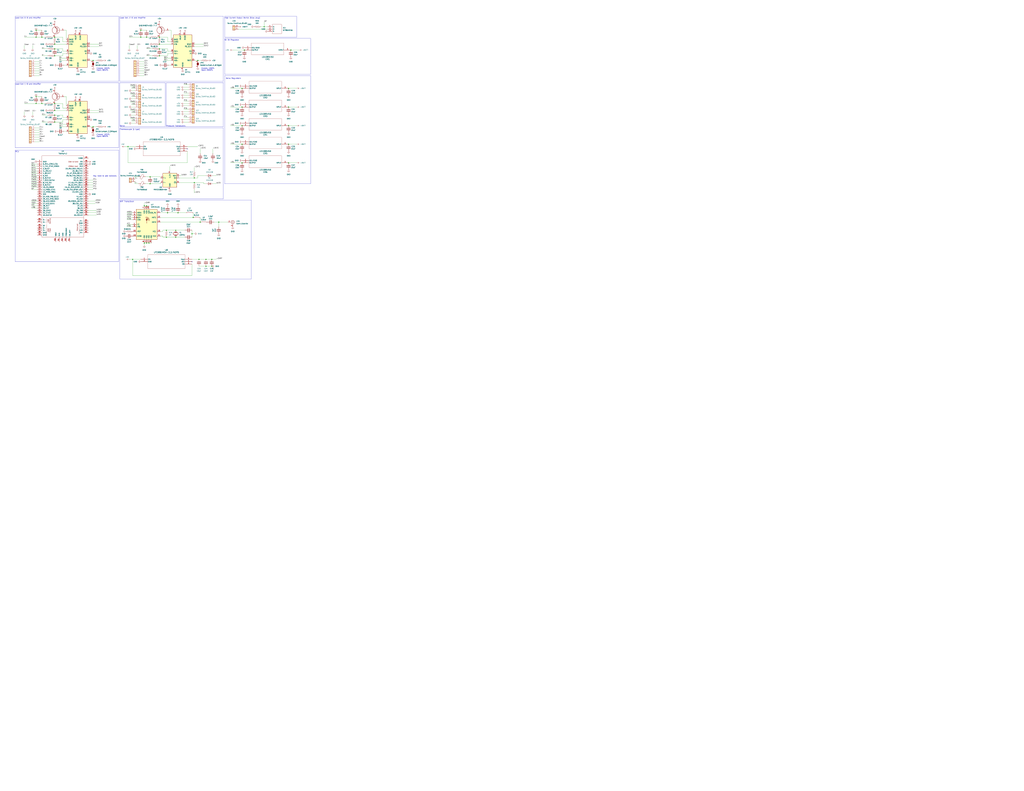
<source format=kicad_sch>
(kicad_sch (version 20230121) (generator eeschema)
  (paper "E")
  (junction (at 144.78 283.21))
  (junction (at 101.6 138.43))
  (junction (at 231.14 283.21))
  (junction (at 231.14 290.83))
  (junction (at 173.99 60.96))
  (junction (at 238.76 242.57))
  (junction (at 212.09 199.39))
  (junction (at 173.99 53.34))
  (junction (at 59.69 48.26))
  (junction (at 264.16 177.8))
  (junction (at 314.96 137.16))
  (junction (at 59.69 40.64))
  (junction (at 224.79 290.83))
  (junction (at 266.7 54.61))
  (junction (at 157.48 224.79))
  (junction (at 264.16 157.48))
  (junction (at 182.88 232.41))
  (junction (at 39.37 105.41))
  (junction (at 317.5 54.61))
  (junction (at 39.37 33.02))
  (junction (at 224.79 283.21))
  (junction (at 39.37 113.03))
  (junction (at 314.96 96.52))
  (junction (at 45.72 113.03))
  (junction (at 160.02 40.64))
  (junction (at 59.69 133.35))
  (junction (at 288.29 29.21))
  (junction (at 153.67 33.02))
  (junction (at 101.6 66.04))
  (junction (at 217.17 283.21))
  (junction (at 173.99 40.64))
  (junction (at 215.9 66.04))
  (junction (at 59.69 120.65))
  (junction (at 314.96 116.84))
  (junction (at 59.69 125.73))
  (junction (at 139.7 160.02))
  (junction (at 162.56 265.43))
  (junction (at 181.61 251.46))
  (junction (at 59.69 53.34))
  (junction (at 212.09 194.31))
  (junction (at 264.16 137.16))
  (junction (at 163.83 193.04))
  (junction (at 209.55 255.27))
  (junction (at 191.77 251.46))
  (junction (at 59.69 113.03))
  (junction (at 210.82 237.49))
  (junction (at 59.69 60.96))
  (junction (at 45.72 40.64))
  (junction (at 163.83 200.66))
  (junction (at 191.77 259.08))
  (junction (at 314.96 157.48))
  (junction (at 218.44 242.57))
  (junction (at 160.02 265.43))
  (junction (at 264.16 96.52))
  (junction (at 157.48 265.43))
  (junction (at 153.67 40.64))
  (junction (at 264.16 116.84))
  (junction (at 160.02 224.79))
  (junction (at 181.61 259.08))
  (junction (at 194.31 232.41))
  (junction (at 39.37 40.64))
  (junction (at 314.96 177.8))
  (junction (at 173.99 48.26))
  (no_connect (at 97.79 55.88))
  (no_connect (at 212.09 55.88))
  (no_connect (at 204.47 162.56))
  (no_connect (at 209.55 285.75))
  (no_connect (at 97.79 128.27))
  (wire (pts (xy 144.78 300.99) (xy 144.78 283.21)))
  (wire (pts (xy 138.43 247.65) (xy 144.78 247.65)))
  (wire (pts (xy 224.79 283.21) (xy 231.14 283.21)))
  (wire (pts (xy 179.07 66.04) (xy 186.69 66.04)))
  (wire (pts (xy 191.77 251.46) (xy 201.93 251.46)))
  (wire (pts (xy 177.8 257.81) (xy 177.8 259.08)))
  (wire (pts (xy 34.29 181.61) (xy 40.64 181.61)))
  (wire (pts (xy 200.66 106.68) (xy 205.74 106.68)))
  (wire (pts (xy 68.58 130.81) (xy 68.58 133.35)))
  (wire (pts (xy 143.51 116.84) (xy 147.32 116.84)))
  (wire (pts (xy 34.29 219.71) (xy 40.64 219.71)))
  (wire (pts (xy 34.29 184.15) (xy 40.64 184.15)))
  (wire (pts (xy 251.46 116.84) (xy 264.16 116.84)))
  (wire (pts (xy 38.1 69.85) (xy 43.18 69.85)))
  (wire (pts (xy 64.77 66.04) (xy 72.39 66.04)))
  (wire (pts (xy 209.55 255.27) (xy 209.55 259.08)))
  (wire (pts (xy 209.55 300.99) (xy 144.78 300.99)))
  (wire (pts (xy 182.88 60.96) (xy 173.99 60.96)))
  (wire (pts (xy 69.85 71.12) (xy 72.39 71.12)))
  (wire (pts (xy 96.52 201.93) (xy 101.6 201.93)))
  (wire (pts (xy 135.89 160.02) (xy 139.7 160.02)))
  (wire (pts (xy 26.67 40.64) (xy 39.37 40.64)))
  (wire (pts (xy 68.58 118.11) (xy 72.39 118.11)))
  (wire (pts (xy 34.29 196.85) (xy 40.64 196.85)))
  (wire (pts (xy 143.51 99.06) (xy 147.32 99.06)))
  (wire (pts (xy 215.9 191.77) (xy 215.9 194.31)))
  (wire (pts (xy 38.1 139.7) (xy 43.18 139.7)))
  (wire (pts (xy 200.66 110.49) (xy 205.74 110.49)))
  (wire (pts (xy 34.29 222.25) (xy 40.64 222.25)))
  (wire (pts (xy 163.83 193.04) (xy 175.26 193.04)))
  (wire (pts (xy 204.47 160.02) (xy 215.9 160.02)))
  (wire (pts (xy 163.83 200.66) (xy 175.26 200.66)))
  (wire (pts (xy 254 54.61) (xy 266.7 54.61)))
  (wire (pts (xy 162.56 265.43) (xy 165.1 265.43)))
  (wire (pts (xy 209.55 283.21) (xy 217.17 283.21)))
  (wire (pts (xy 68.58 55.88) (xy 68.58 53.34)))
  (wire (pts (xy 317.5 54.61) (xy 326.39 54.61)))
  (wire (pts (xy 72.39 58.42) (xy 68.58 58.42)))
  (wire (pts (xy 64.77 138.43) (xy 72.39 138.43)))
  (wire (pts (xy 186.69 55.88) (xy 182.88 55.88)))
  (wire (pts (xy 160.02 53.34) (xy 166.37 53.34)))
  (wire (pts (xy 260.35 31.75) (xy 292.1 31.75)))
  (wire (pts (xy 284.48 29.21) (xy 288.29 29.21)))
  (wire (pts (xy 35.56 121.92) (xy 35.56 125.73)))
  (wire (pts (xy 184.15 33.02) (xy 186.69 33.02)))
  (wire (pts (xy 158.75 193.04) (xy 163.83 193.04)))
  (wire (pts (xy 38.1 82.55) (xy 43.18 82.55)))
  (wire (pts (xy 251.46 157.48) (xy 264.16 157.48)))
  (wire (pts (xy 45.72 125.73) (xy 52.07 125.73)))
  (wire (pts (xy 96.52 229.87) (xy 105.41 229.87)))
  (wire (pts (xy 288.29 24.13) (xy 288.29 29.21)))
  (wire (pts (xy 157.48 265.43) (xy 160.02 265.43)))
  (wire (pts (xy 142.24 93.98) (xy 147.32 93.98)))
  (wire (pts (xy 251.46 96.52) (xy 264.16 96.52)))
  (wire (pts (xy 160.02 60.96) (xy 166.37 60.96)))
  (wire (pts (xy 142.24 102.87) (xy 147.32 102.87)))
  (wire (pts (xy 143.51 132.08) (xy 147.32 132.08)))
  (wire (pts (xy 38.1 74.93) (xy 43.18 74.93)))
  (wire (pts (xy 144.78 283.21) (xy 153.67 283.21)))
  (wire (pts (xy 45.72 133.35) (xy 52.07 133.35)))
  (wire (pts (xy 175.26 200.66) (xy 175.26 199.39)))
  (wire (pts (xy 222.25 200.66) (xy 222.25 199.39)))
  (wire (pts (xy 138.43 240.03) (xy 144.78 240.03)))
  (wire (pts (xy 39.37 33.02) (xy 45.72 33.02)))
  (wire (pts (xy 101.6 66.04) (xy 105.41 66.04)))
  (wire (pts (xy 186.69 43.18) (xy 186.69 33.02)))
  (wire (pts (xy 101.6 138.43) (xy 105.41 138.43)))
  (wire (pts (xy 222.25 199.39) (xy 212.09 199.39)))
  (wire (pts (xy 59.69 40.64) (xy 68.58 40.64)))
  (wire (pts (xy 64.77 63.5) (xy 72.39 63.5)))
  (wire (pts (xy 147.32 195.58) (xy 147.32 193.04)))
  (wire (pts (xy 96.52 232.41) (xy 105.41 232.41)))
  (wire (pts (xy 45.72 53.34) (xy 52.07 53.34)))
  (wire (pts (xy 39.37 105.41) (xy 45.72 105.41)))
  (wire (pts (xy 175.26 257.81) (xy 177.8 257.81)))
  (wire (pts (xy 160.02 40.64) (xy 163.83 40.64)))
  (wire (pts (xy 72.39 115.57) (xy 72.39 105.41)))
  (wire (pts (xy 200.66 113.03) (xy 205.74 113.03)))
  (wire (pts (xy 147.32 200.66) (xy 147.32 198.12)))
  (wire (pts (xy 182.88 53.34) (xy 173.99 53.34)))
  (wire (pts (xy 34.29 201.93) (xy 40.64 201.93)))
  (wire (pts (xy 72.39 43.18) (xy 72.39 33.02)))
  (wire (pts (xy 38.1 67.31) (xy 43.18 67.31)))
  (wire (pts (xy 34.29 191.77) (xy 40.64 191.77)))
  (wire (pts (xy 152.4 77.47) (xy 157.48 77.47)))
  (wire (pts (xy 38.1 80.01) (xy 43.18 80.01)))
  (wire (pts (xy 224.79 200.66) (xy 222.25 200.66)))
  (wire (pts (xy 204.47 177.8) (xy 139.7 177.8)))
  (wire (pts (xy 251.46 177.8) (xy 264.16 177.8)))
  (wire (pts (xy 139.7 177.8) (xy 139.7 160.02)))
  (wire (pts (xy 149.86 49.53) (xy 149.86 53.34)))
  (wire (pts (xy 218.44 162.56) (xy 218.44 167.64)))
  (wire (pts (xy 157.48 222.25) (xy 157.48 224.79)))
  (wire (pts (xy 210.82 237.49) (xy 210.82 232.41)))
  (wire (pts (xy 34.29 207.01) (xy 40.64 207.01)))
  (wire (pts (xy 69.85 105.41) (xy 72.39 105.41)))
  (wire (pts (xy 157.48 224.79) (xy 160.02 224.79)))
  (wire (pts (xy 200.66 97.79) (xy 205.74 97.79)))
  (wire (pts (xy 139.7 160.02) (xy 148.59 160.02)))
  (wire (pts (xy 212.09 50.8) (xy 222.25 50.8)))
  (wire (pts (xy 34.29 227.33) (xy 40.64 227.33)))
  (wire (pts (xy 68.58 133.35) (xy 59.69 133.35)))
  (wire (pts (xy 200.66 95.25) (xy 205.74 95.25)))
  (wire (pts (xy 175.26 193.04) (xy 175.26 194.31)))
  (wire (pts (xy 195.58 194.31) (xy 212.09 194.31)))
  (wire (pts (xy 143.51 105.41) (xy 147.32 105.41)))
  (wire (pts (xy 138.43 234.95) (xy 144.78 234.95)))
  (wire (pts (xy 147.32 200.66) (xy 151.13 200.66)))
  (wire (pts (xy 153.67 40.64) (xy 160.02 40.64)))
  (wire (pts (xy 68.58 53.34) (xy 59.69 53.34)))
  (wire (pts (xy 34.29 224.79) (xy 40.64 224.79)))
  (wire (pts (xy 35.56 49.53) (xy 35.56 53.34)))
  (wire (pts (xy 72.39 130.81) (xy 68.58 130.81)))
  (wire (pts (xy 217.17 290.83) (xy 224.79 290.83)))
  (wire (pts (xy 45.72 60.96) (xy 52.07 60.96)))
  (wire (pts (xy 143.51 96.52) (xy 147.32 96.52)))
  (wire (pts (xy 97.79 48.26) (xy 107.95 48.26)))
  (wire (pts (xy 212.09 182.88) (xy 212.09 186.69)))
  (wire (pts (xy 143.51 134.62) (xy 147.32 134.62)))
  (wire (pts (xy 152.4 80.01) (xy 157.48 80.01)))
  (wire (pts (xy 34.29 199.39) (xy 40.64 199.39)))
  (wire (pts (xy 34.29 179.07) (xy 40.64 179.07)))
  (wire (pts (xy 209.55 255.27) (xy 212.09 255.27)))
  (wire (pts (xy 138.43 237.49) (xy 144.78 237.49)))
  (wire (pts (xy 238.76 242.57) (xy 248.92 242.57)))
  (wire (pts (xy 143.51 114.3) (xy 147.32 114.3)))
  (wire (pts (xy 195.58 199.39) (xy 212.09 199.39)))
  (wire (pts (xy 96.52 207.01) (xy 101.6 207.01)))
  (wire (pts (xy 224.79 191.77) (xy 215.9 191.77)))
  (wire (pts (xy 26.67 121.92) (xy 26.67 125.73)))
  (wire (pts (xy 215.9 194.31) (xy 212.09 194.31)))
  (wire (pts (xy 179.07 63.5) (xy 186.69 63.5)))
  (wire (pts (xy 157.48 265.43) (xy 157.48 267.97)))
  (wire (pts (xy 68.58 128.27) (xy 68.58 125.73)))
  (wire (pts (xy 68.58 125.73) (xy 59.69 125.73)))
  (wire (pts (xy 231.14 283.21) (xy 236.22 283.21)))
  (wire (pts (xy 147.32 193.04) (xy 151.13 193.04)))
  (wire (pts (xy 142.24 120.65) (xy 147.32 120.65)))
  (wire (pts (xy 200.66 104.14) (xy 205.74 104.14)))
  (wire (pts (xy 184.15 71.12) (xy 186.69 71.12)))
  (wire (pts (xy 212.09 207.01) (xy 212.09 210.82)))
  (wire (pts (xy 68.58 45.72) (xy 72.39 45.72)))
  (wire (pts (xy 138.43 245.11) (xy 144.78 245.11)))
  (wire (pts (xy 217.17 283.21) (xy 224.79 283.21)))
  (wire (pts (xy 173.99 40.64) (xy 182.88 40.64)))
  (wire (pts (xy 209.55 251.46) (xy 209.55 255.27)))
  (wire (pts (xy 142.24 129.54) (xy 147.32 129.54)))
  (wire (pts (xy 209.55 288.29) (xy 209.55 300.99)))
  (wire (pts (xy 314.96 137.16) (xy 323.85 137.16)))
  (wire (pts (xy 152.4 82.55) (xy 157.48 82.55)))
  (wire (pts (xy 238.76 242.57) (xy 238.76 247.65)))
  (wire (pts (xy 38.1 152.4) (xy 43.18 152.4)))
  (wire (pts (xy 26.67 49.53) (xy 26.67 53.34)))
  (wire (pts (xy 59.69 120.65) (xy 72.39 120.65)))
  (wire (pts (xy 233.68 242.57) (xy 238.76 242.57)))
  (wire (pts (xy 97.79 120.65) (xy 107.95 120.65)))
  (wire (pts (xy 96.52 204.47) (xy 101.6 204.47)))
  (wire (pts (xy 194.31 232.41) (xy 203.2 232.41)))
  (wire (pts (xy 177.8 251.46) (xy 181.61 251.46)))
  (wire (pts (xy 175.26 232.41) (xy 182.88 232.41)))
  (wire (pts (xy 152.4 74.93) (xy 157.48 74.93)))
  (wire (pts (xy 69.85 143.51) (xy 72.39 143.51)))
  (wire (pts (xy 143.51 125.73) (xy 147.32 125.73)))
  (wire (pts (xy 152.4 72.39) (xy 157.48 72.39)))
  (wire (pts (xy 45.72 113.03) (xy 49.53 113.03)))
  (wire (pts (xy 96.52 222.25) (xy 104.14 222.25)))
  (wire (pts (xy 142.24 111.76) (xy 147.32 111.76)))
  (wire (pts (xy 160.02 265.43) (xy 162.56 265.43)))
  (wire (pts (xy 72.39 128.27) (xy 68.58 128.27)))
  (wire (pts (xy 152.4 69.85) (xy 157.48 69.85)))
  (wire (pts (xy 39.37 113.03) (xy 45.72 113.03)))
  (wire (pts (xy 185.42 181.61) (xy 185.42 186.69)))
  (wire (pts (xy 177.8 259.08) (xy 181.61 259.08)))
  (wire (pts (xy 34.29 194.31) (xy 40.64 194.31)))
  (wire (pts (xy 232.41 200.66) (xy 236.22 200.66)))
  (wire (pts (xy 200.66 92.71) (xy 205.74 92.71)))
  (wire (pts (xy 68.58 113.03) (xy 68.58 118.11)))
  (wire (pts (xy 38.1 154.94) (xy 43.18 154.94)))
  (wire (pts (xy 140.97 49.53) (xy 140.97 53.34)))
  (wire (pts (xy 212.09 66.04) (xy 215.9 66.04)))
  (wire (pts (xy 153.67 33.02) (xy 160.02 33.02)))
  (wire (pts (xy 186.69 58.42) (xy 182.88 58.42)))
  (wire (pts (xy 96.52 199.39) (xy 101.6 199.39)))
  (wire (pts (xy 38.1 144.78) (xy 43.18 144.78)))
  (wire (pts (xy 34.29 186.69) (xy 40.64 186.69)))
  (wire (pts (xy 232.41 162.56) (xy 232.41 167.64)))
  (wire (pts (xy 97.79 138.43) (xy 101.6 138.43)))
  (wire (pts (xy 64.77 135.89) (xy 72.39 135.89)))
  (wire (pts (xy 45.72 40.64) (xy 49.53 40.64)))
  (wire (pts (xy 200.66 130.81) (xy 205.74 130.81)))
  (wire (pts (xy 182.88 58.42) (xy 182.88 60.96)))
  (wire (pts (xy 251.46 137.16) (xy 264.16 137.16)))
  (wire (pts (xy 68.58 60.96) (xy 59.69 60.96)))
  (wire (pts (xy 68.58 40.64) (xy 68.58 45.72)))
  (wire (pts (xy 200.66 101.6) (xy 205.74 101.6)))
  (wire (pts (xy 218.44 242.57) (xy 218.44 237.49)))
  (wire (pts (xy 97.79 50.8) (xy 107.95 50.8)))
  (wire (pts (xy 200.66 121.92) (xy 205.74 121.92)))
  (wire (pts (xy 39.37 40.64) (xy 45.72 40.64)))
  (wire (pts (xy 97.79 66.04) (xy 101.6 66.04)))
  (wire (pts (xy 200.66 115.57) (xy 205.74 115.57)))
  (wire (pts (xy 173.99 48.26) (xy 186.69 48.26)))
  (wire (pts (xy 200.66 133.35) (xy 205.74 133.35)))
  (wire (pts (xy 97.79 123.19) (xy 107.95 123.19)))
  (wire (pts (xy 215.9 66.04) (xy 219.71 66.04)))
  (wire (pts (xy 96.52 234.95) (xy 105.41 234.95)))
  (wire (pts (xy 204.47 165.1) (xy 204.47 177.8)))
  (wire (pts (xy 175.26 242.57) (xy 218.44 242.57)))
  (wire (pts (xy 152.4 67.31) (xy 157.48 67.31)))
  (wire (pts (xy 200.66 124.46) (xy 205.74 124.46)))
  (wire (pts (xy 34.29 204.47) (xy 40.64 204.47)))
  (wire (pts (xy 143.51 123.19) (xy 147.32 123.19)))
  (wire (pts (xy 175.26 252.73) (xy 177.8 252.73)))
  (wire (pts (xy 59.69 113.03) (xy 68.58 113.03)))
  (wire (pts (xy 232.41 191.77) (xy 236.22 191.77)))
  (wire (pts (xy 212.09 48.26) (xy 222.25 48.26)))
  (wire (pts (xy 314.96 177.8) (xy 323.85 177.8)))
  (wire (pts (xy 182.88 55.88) (xy 182.88 53.34)))
  (wire (pts (xy 195.58 191.77) (xy 198.12 191.77)))
  (wire (pts (xy 314.96 157.48) (xy 323.85 157.48)))
  (wire (pts (xy 224.79 290.83) (xy 231.14 290.83)))
  (wire (pts (xy 191.77 259.08) (xy 201.93 259.08)))
  (wire (pts (xy 177.8 252.73) (xy 177.8 251.46)))
  (wire (pts (xy 181.61 251.46) (xy 191.77 251.46)))
  (wire (pts (xy 96.52 219.71) (xy 104.14 219.71)))
  (wire (pts (xy 140.97 40.64) (xy 153.67 40.64)))
  (wire (pts (xy 38.1 77.47) (xy 43.18 77.47)))
  (wire (pts (xy 158.75 200.66) (xy 163.83 200.66)))
  (wire (pts (xy 57.15 40.64) (xy 59.69 40.64)))
  (wire (pts (xy 314.96 96.52) (xy 323.85 96.52)))
  (wire (pts (xy 182.88 40.64) (xy 182.88 45.72)))
  (wire (pts (xy 69.85 33.02) (xy 72.39 33.02)))
  (wire (pts (xy 38.1 142.24) (xy 43.18 142.24)))
  (wire (pts (xy 200.66 128.27) (xy 205.74 128.27)))
  (wire (pts (xy 138.43 232.41) (xy 144.78 232.41)))
  (wire (pts (xy 38.1 147.32) (xy 43.18 147.32)))
  (wire (pts (xy 38.1 72.39) (xy 43.18 72.39)))
  (wire (pts (xy 72.39 55.88) (xy 68.58 55.88)))
  (wire (pts (xy 38.1 149.86) (xy 43.18 149.86)))
  (wire (pts (xy 143.51 107.95) (xy 147.32 107.95)))
  (wire (pts (xy 182.88 45.72) (xy 186.69 45.72)))
  (wire (pts (xy 160.02 224.79) (xy 162.56 224.79)))
  (wire (pts (xy 171.45 40.64) (xy 173.99 40.64)))
  (wire (pts (xy 182.88 232.41) (xy 194.31 232.41)))
  (wire (pts (xy 175.26 237.49) (xy 210.82 237.49)))
  (wire (pts (xy 59.69 48.26) (xy 72.39 48.26)))
  (wire (pts (xy 68.58 58.42) (xy 68.58 60.96)))
  (wire (pts (xy 96.52 196.85) (xy 101.6 196.85)))
  (wire (pts (xy 181.61 259.08) (xy 191.77 259.08)))
  (wire (pts (xy 34.29 189.23) (xy 40.64 189.23)))
  (wire (pts (xy 26.67 113.03) (xy 39.37 113.03)))
  (wire (pts (xy 288.29 29.21) (xy 292.1 29.21)))
  (wire (pts (xy 200.66 119.38) (xy 205.74 119.38)))
  (wire (pts (xy 57.15 113.03) (xy 59.69 113.03)))
  (wire (pts (xy 140.97 283.21) (xy 144.78 283.21)))
  (wire (pts (xy 314.96 116.84) (xy 323.85 116.84)))
  (rectangle (start 16.51 163.83) (end 129.54 285.75))
  (rectangle (start 245.11 41.91) (end 339.09 81.28))
  (rectangle (start 130.81 17.78) (end 243.84 88.9))
  (rectangle (start 245.11 82.55) (end 339.09 200.66))
  (rectangle (start 245.11 17.78) (end 323.85 40.64))
  (rectangle (start 130.81 218.44) (end 274.32 304.8))
  (rectangle (start 181.61 90.17) (end 243.84 138.43))
  (rectangle (start 16.51 90.17) (end 129.54 161.29))
  (rectangle (start 16.51 17.78) (end 129.54 88.9))
  (rectangle (start 130.81 139.7) (end 243.84 217.17))
  (rectangle (start 130.81 90.17) (end 180.34 138.43))
  (text "Closed: 10SPS\nOpen: 80SPS" (at 219.71 77.47 0) (effects (font (size 1.27 1.27)) (justify left bottom)))
  (text "Servo Regulators" (at 246.38 86.36 0) (effects (font (size 1.27 1.27)) (justify left bottom)))
  (text "Load Cell 0 IO and Amplifier\n" (at 16.51 20.32 0) (effects (font (size 1.27 1.27)) (justify left bottom)))
  (text "High Current Output Device (Glow plug)\n" (at 245.11 20.32 0) (effects (font (size 1.27 1.27)) (justify left bottom)))
  (text "Closed: 10SPS\nOpen: 80SPS" (at 105.41 149.86 0) (effects (font (size 1.27 1.27)) (justify left bottom)))
  (text "5V 3A Regulator" (at 245.11 44.45 0) (effects (font (size 1.27 1.27)) (justify left bottom)))
  (text "Pressure Transducers" (at 181.61 138.43 0) (effects (font (size 1.27 1.27)) (justify left bottom)))
  (text "NRF Transciever\n" (at 130.81 220.98 0) (effects (font (size 1.27 1.27)) (justify left bottom)))
  (text "Load Cell 2 IO and Amplifier\n" (at 130.81 20.32 0) (effects (font (size 1.27 1.27)) (justify left bottom)))
  (text "Closed: 10SPS\nOpen: 80SPS" (at 105.41 77.47 0) (effects (font (size 1.27 1.27)) (justify left bottom)))
  (text "MCU" (at 16.51 166.37 0) (effects (font (size 1.27 1.27)) (justify left bottom)))
  (text "May need to add resistors\n" (at 101.6 193.04 0) (effects (font (size 1.27 1.27)) (justify left bottom)))
  (text "Load Cell 1 IO and Amplifier\n" (at 16.51 92.71 0) (effects (font (size 1.27 1.27)) (justify left bottom)))
  (text "Thermocouple (k type)\n" (at 130.81 142.24 0) (effects (font (size 1.27 1.27)) (justify left bottom)))
  (text "Servo\n" (at 130.81 138.43 0) (effects (font (size 1.27 1.27)) (justify left bottom)))
  (label "PT4" (at 200.66 128.27 0))
  (label "+3VTC" (at 212.09 182.88 0))
  (label "B-" (at 43.18 80.01 0))
  (label "A+" (at 45.72 53.34 0))
  (label "tcCS" (at 105.41 234.95 0))
  (label "rSCK" (at 138.43 237.49 0))
  (label "+3VTC" (at 185.42 181.61 0))
  (label "E+" (at 43.18 67.31 0))
  (label "rMISO" (at 138.43 234.95 0))
  (label "+S2" (at 251.46 137.16 0))
  (label "PWM2" (at 142.24 111.76 0))
  (label "DAT" (at 34.29 179.07 0))
  (label "PWM1" (at 142.24 102.87 0))
  (label "PT1" (at 200.66 101.6 0))
  (label "rIRQ" (at 138.43 247.65 0))
  (label "B2-" (at 157.48 80.01 0))
  (label "A2-" (at 160.02 60.96 0))
  (label "tcSO" (at 105.41 232.41 0))
  (label "tcSCK" (at 198.12 191.77 0))
  (label "DAT" (at 107.95 48.26 0))
  (label "E2-" (at 157.48 69.85 0))
  (label "T-" (at 147.32 200.66 0))
  (label "B2+" (at 157.48 82.55 0))
  (label "A1-" (at 43.18 144.78 0))
  (label "E1+" (at 43.18 139.7 0))
  (label "+S3" (at 251.46 157.48 0))
  (label "Case1" (at 43.18 149.86 0))
  (label "tcSO" (at 236.22 191.77 0))
  (label "A2+" (at 157.48 74.93 0))
  (label "+3VRF" (at 236.22 283.21 0))
  (label "E1-" (at 35.56 121.92 0))
  (label "B-" (at 64.77 66.04 0))
  (label "SCK2" (at 34.29 191.77 0))
  (label "+S1" (at 251.46 116.84 0))
  (label "GP" (at 34.29 207.01 0))
  (label "rCSN" (at 138.43 240.03 0))
  (label "E2+" (at 140.97 40.64 0))
  (label "E-" (at 35.56 49.53 0))
  (label "B1-" (at 43.18 152.4 0))
  (label "SCK2" (at 222.25 50.8 0))
  (label "A2+" (at 160.02 53.34 0))
  (label "SCK" (at 34.29 181.61 0))
  (label "B+" (at 43.18 82.55 0))
  (label "+3VTC" (at 218.44 162.56 0))
  (label "Case2" (at 157.48 77.47 0))
  (label "+S2" (at 143.51 114.3 0))
  (label "PT0" (at 200.66 92.71 0))
  (label "T+" (at 147.32 195.58 0))
  (label "+S0" (at 251.46 96.52 0))
  (label "A2-" (at 157.48 72.39 0))
  (label "PT3" (at 200.66 119.38 0))
  (label "B2-" (at 179.07 66.04 0))
  (label "A-" (at 43.18 72.39 0))
  (label "+S1" (at 143.51 105.41 0))
  (label "rCE" (at 138.43 245.11 0))
  (label "A+" (at 43.18 74.93 0))
  (label "A-" (at 45.72 60.96 0))
  (label "B1+" (at 64.77 135.89 0))
  (label "A1+" (at 43.18 147.32 0))
  (label "A1+" (at 45.72 125.73 0))
  (label "E2-" (at 149.86 49.53 0))
  (label "PWM4" (at 34.29 204.47 0))
  (label "Case" (at 43.18 77.47 0))
  (label "tcCS" (at 236.22 200.66 0))
  (label "PT4" (at 101.6 196.85 0))
  (label "PT1" (at 101.6 204.47 0))
  (label "SCK1" (at 107.95 123.19 0))
  (label "rIRQ" (at 34.29 227.33 0))
  (label "+S0" (at 143.51 96.52 0))
  (label "rSCK" (at 34.29 222.25 0))
  (label "rMOSI" (at 34.29 219.71 0))
  (label "E1+" (at 26.67 113.03 0))
  (label "+S3" (at 143.51 123.19 0))
  (label "Case1" (at 26.67 121.92 0))
  (label "+3VTC" (at 215.9 160.02 0))
  (label "E1-" (at 43.18 142.24 0))
  (label "B1+" (at 43.18 154.94 0))
  (label "+S4" (at 251.46 177.8 0))
  (label "SCK1" (at 34.29 186.69 0))
  (label "PWM3" (at 34.29 201.93 0))
  (label "PWM4" (at 142.24 129.54 0))
  (label "PWM1" (at 34.29 196.85 0))
  (label "rMISO" (at 104.14 219.71 0))
  (label "PT0" (at 101.6 207.01 0))
  (label "E2+" (at 157.48 67.31 0))
  (label "PT3" (at 101.6 199.39 0))
  (label "+S4" (at 143.51 132.08 0))
  (label "Case2" (at 140.97 49.53 0))
  (label "E-" (at 43.18 69.85 0))
  (label "PT2" (at 101.6 201.93 0))
  (label "DAT2" (at 34.29 189.23 0))
  (label "PWM0" (at 34.29 194.31 0))
  (label "+3VTC" (at 232.41 162.56 0))
  (label "PWM0" (at 142.24 93.98 0))
  (label "GP" (at 288.29 24.13 0))
  (label "A1-" (at 45.72 133.35 0))
  (label "DAT1" (at 34.29 184.15 0))
  (label "Case" (at 26.67 49.53 0))
  (label "B1-" (at 64.77 138.43 0))
  (label "DAT1" (at 107.95 120.65 0))
  (label "+3VRF" (at 157.48 222.25 0))
  (label "rCE" (at 34.29 224.79 0))
  (label "rCSN" (at 104.14 222.25 0))
  (label "rMOSI" (at 138.43 232.41 0))
  (label "DAT2" (at 222.25 48.26 0))
  (label "PWM3" (at 142.24 120.65 0))
  (label "SCK" (at 107.95 50.8 0))
  (label "+3VTC" (at 212.09 210.82 0))
  (label "PT2" (at 200.66 110.49 0))
  (label "PWM2" (at 34.29 199.39 0))
  (label "E+" (at 26.67 40.64 0))
  (label "B+" (at 64.77 63.5 0))
  (label "tcSCK" (at 105.41 229.87 0))
  (label "B2+" (at 179.07 63.5 0))
  (symbol (lib_id "Connector:Screw_Terminal_01x02") (at 142.24 198.12 180) (unit 1)
    (property "Reference" "J14" (at 142.24 189.23 0))
    (property "Value" "Screw_Terminal_01x02" (at 142.24 191.77 0))
    (property "Footprint" "Connector_Wago:Wago_734-132_1x02_P3.50mm_Vertical" (effects hide))
  )
  (symbol (lib_id "power:GND") (at 292.1 34.29 270) (unit 1)
    (property "Reference" "#PWR079" (effects hide))
    (property "Value" "GND" (at 289.56 31.75 90) (effects (justify right)))
  )
  (symbol (lib_id "2024-08-13_22-25-40:LD1085V50") (at 264.16 154.94 0) (unit 1)
    (property "Reference" "CR5" (at 289.56 167.64 0) (effects (font (size 1.524 1.524))))
    (property "Value" "LD1085V50" (at 289.56 165.1 0) (effects (font (size 1.524 1.524))))
    (property "Footprint" "Library:TO-220_STM" (effects hide))
    (property "Datasheet" "LD1085V50" (effects hide))
  )
  (symbol (lib_id "power:GND") (at 35.56 53.34 0) (unit 1)
    (property "Reference" "#PWR011" (effects hide))
    (property "Value" "GND" (at 35.56 58.42 0))
  )
  (symbol (lib_id "power:GND") (at 62.23 71.12 270) (unit 1)
    (property "Reference" "#PWR06" (effects hide))
    (property "Value" "GND" (at 58.42 71.12 90) (effects (justify right)))
  )
  (symbol (lib_id "Device:C") (at 173.99 57.15 180) (unit 1)
    (property "Reference" "C11" (at 176.53 54.61 0) (effects (justify right)))
    (property "Value" "0.1uF" (at 176.53 57.15 0) (effects (justify right)))
    (property "Footprint" "Capacitor_SMD:C_0805_2012Metric" (effects hide))
  )
  (symbol (lib_id "power:GND") (at 200.66 106.68 270) (unit 1)
    (property "Reference" "#PWR054" (effects hide))
    (property "Value" "GND" (at 196.85 106.68 90) (effects (justify right)))
  )
  (symbol (lib_id "power:GND") (at 153.67 285.75 270) (unit 1)
    (property "Reference" "#PWR075" (effects hide))
    (property "Value" "GND" (at 149.86 285.75 90) (effects (justify right)))
  )
  (symbol (lib_id "power:GND") (at 264.16 144.78 0) (unit 1)
    (property "Reference" "#PWR094" (effects hide))
    (property "Value" "GND" (at 264.16 149.86 0))
  )
  (symbol (lib_id "Device:C") (at 45.72 36.83 180) (unit 1)
    (property "Reference" "C3" (at 48.26 34.29 0) (effects (justify right)))
    (property "Value" "10uF" (at 48.26 36.83 0) (effects (justify right)))
    (property "Footprint" "Capacitor_SMD:C_0805_2012Metric" (effects hide))
  )
  (symbol (lib_id "Device:C") (at 314.96 120.65 180) (unit 1)
    (property "Reference" "C31" (at 320.04 119.38 0))
    (property "Value" "10uF" (at 320.04 121.92 0))
    (property "Footprint" "Capacitor_SMD:C_0805_2012Metric" (effects hide))
  )
  (symbol (lib_id "Connector:Conn_Coaxial") (at 254 242.57 0) (unit 1)
    (property "Reference" "J15" (at 257.81 241.5932 0) (effects (justify left)))
    (property "Value" "Conn_Coaxial" (at 257.81 244.1332 0) (effects (justify left)))
    (property "Footprint" "Connector_Coaxial:SMA_Molex_73251-1153_EdgeMount_Horizontal" (effects hide))
    (property "Datasheet" " ~" (effects hide))
  )
  (symbol (lib_id "Device:R_US") (at 55.88 133.35 90) (unit 1)
    (property "Reference" "R8" (at 50.8 135.89 90))
    (property "Value" "100" (at 54.61 135.89 90))
    (property "Footprint" "Resistor_SMD:R_0805_2012Metric" (effects hide))
  )
  (symbol (lib_id "power:GND") (at 200.66 124.46 270) (unit 1)
    (property "Reference" "#PWR058" (effects hide))
    (property "Value" "GND" (at 196.85 124.46 90) (effects (justify right)))
  )
  (symbol (lib_id "Connector:Screw_Terminal_01x07") (at 33.02 147.32 180) (unit 1)
    (property "Reference" "J2" (at 33.02 133.35 0))
    (property "Value" "Screw_Terminal_01x07" (at 33.02 135.89 0))
    (property "Footprint" "Connector_Wago:Wago_734-137_1x07_P3.50mm_Vertical" (effects hide))
  )
  (symbol (lib_id "Device:FerriteBead") (at 154.94 193.04 90) (unit 1)
    (property "Reference" "FB1" (at 154.8892 185.42 90))
    (property "Value" "FerriteBead" (at 154.8892 187.96 90))
    (property "Footprint" "Inductor_SMD:L_0805_2012Metric" (effects hide))
  )
  (symbol (lib_id "power:+5V") (at 96.52 176.53 270) (unit 1)
    (property "Reference" "#PWR047" (effects hide))
    (property "Value" "+5V" (at 100.33 176.53 90) (effects (justify left)))
  )
  (symbol (lib_id "2024-08-13_18-22-47:LP2980IM5X-3.3_NOPB") (at 153.67 283.21 0) (unit 1)
    (property "Reference" "U8" (at 181.61 273.05 0) (effects (font (size 1.524 1.524))))
    (property "Value" "LP2980IM5X-3.3/NOPB" (at 181.61 275.59 0) (effects (font (size 1.524 1.524))))
    (property "Footprint" "Library:MF05A_TEX" (effects hide))
    (property "Datasheet" "LP2980IM5X-3.3/NOPB" (effects hide))
  )
  (symbol (lib_id "power:GND") (at 254 247.65 0) (unit 1)
    (property "Reference" "#PWR073" (effects hide))
    (property "Value" "GND" (at 254 252.73 0))
  )
  (symbol (lib_id "2024-08-13_18-22-47:LP2980IM5X-3.3_NOPB") (at 148.59 160.02 0) (unit 1)
    (property "Reference" "U5" (at 176.53 149.86 0) (effects (font (size 1.524 1.524))))
    (property "Value" "LP2980IM5X-3.3/NOPB" (at 176.53 152.4 0) (effects (font (size 1.524 1.524))))
    (property "Footprint" "Library:MF05A_TEX" (effects hide))
    (property "Datasheet" "LP2980IM5X-3.3/NOPB" (effects hide))
  )
  (symbol (lib_id "Device:C") (at 59.69 129.54 180) (unit 1)
    (property "Reference" "C7" (at 62.23 127 0) (effects (justify right)))
    (property "Value" "0.1uF" (at 62.23 129.54 0) (effects (justify right)))
    (property "Footprint" "Capacitor_SMD:C_0805_2012Metric" (effects hide))
  )
  (symbol (lib_id "Device:C") (at 218.44 171.45 0) (unit 1)
    (property "Reference" "C14" (at 222.25 170.18 0) (effects (justify left)))
    (property "Value" "10uF" (at 222.25 172.72 0) (effects (justify left)))
    (property "Footprint" "Capacitor_SMD:C_0805_2012Metric" (effects hide))
  )
  (symbol (lib_id "power:GND") (at 215.9 73.66 0) (unit 1)
    (property "Reference" "#PWR035" (effects hide))
    (property "Value" "GND" (at 215.9 78.74 0))
  )
  (symbol (lib_id "Device:R_US") (at 170.18 53.34 90) (unit 1)
    (property "Reference" "R12" (at 165.1 55.88 90))
    (property "Value" "100" (at 168.91 55.88 90))
    (property "Footprint" "Resistor_SMD:R_0805_2012Metric" (effects hide))
  )
  (symbol (lib_id "Device:C") (at 153.67 36.83 180) (unit 1)
    (property "Reference" "C9" (at 147.32 34.29 0) (effects (justify right)))
    (property "Value" "0.1uF" (at 146.05 36.83 0) (effects (justify right)))
    (property "Footprint" "Capacitor_SMD:C_0805_2012Metric" (effects hide))
  )
  (symbol (lib_id "power:+5V") (at 82.55 35.56 0) (unit 1)
    (property "Reference" "#PWR02" (effects hide))
    (property "Value" "+5V" (at 82.55 30.48 0))
  )
  (symbol (lib_id "Device:C") (at 163.83 196.85 0) (unit 1)
    (property "Reference" "C13" (at 167.64 195.58 0) (effects (justify left)))
    (property "Value" "0.01uF" (at 167.64 198.12 0) (effects (justify left)))
    (property "Footprint" "Capacitor_SMD:C_0805_2012Metric" (effects hide))
  )
  (symbol (lib_id "Device:C") (at 266.7 58.42 180) (unit 1)
    (property "Reference" "C27" (at 261.62 57.15 0))
    (property "Value" "10uF" (at 261.62 59.69 0))
    (property "Footprint" "Capacitor_SMD:C_0805_2012Metric" (effects hide))
  )
  (symbol (lib_id "power:GND") (at 143.51 134.62 270) (unit 1)
    (property "Reference" "#PWR046" (effects hide))
    (property "Value" "GND" (at 139.7 134.62 90) (effects (justify right)))
  )
  (symbol (lib_id "Device:C") (at 264.16 140.97 180) (unit 1)
    (property "Reference" "C32" (at 259.08 139.7 0))
    (property "Value" "10uF" (at 259.08 142.24 0))
    (property "Footprint" "Capacitor_SMD:C_0805_2012Metric" (effects hide))
  )
  (symbol (lib_id "MMBT4403-7-F:MMBT4403-7-F") (at 184.15 33.02 180) (unit 1)
    (property "Reference" "Q3" (at 171.45 25.4 0) (effects (justify left)))
    (property "Value" "MMBT4403-7-F" (at 171.45 27.94 0) (effects (justify left)))
    (property "Footprint" "Library:SOT96P240X110-3N" (effects hide))
    (property "Datasheet" "https://www.diodes.com//assets/Datasheets/MMBT4403.pdf" (effects hide))
    (property "Description" "Trans GP BJT PNP 40V 0.6A 3Pin SOT23" (effects hide))
    (property "Height" "1.1" (effects hide))
    (property "Mouser Part Number" "621-MMBT4403-F" (effects hide))
    (property "Mouser Price/Stock" "https://www.mouser.co.uk/ProductDetail/Diodes-Incorporated/MMBT4403-7-F?qs=J%252BIT03bHPCFLVLtRUGhBsQ%3D%3D" (effects hide))
    (property "Manufacturer_Name" "Diodes Incorporated" (effects hide))
    (property "Manufacturer_Part_Number" "MMBT4403-7-F" (effects hide))
  )
  (symbol (lib_id "power:GND") (at 26.67 125.73 0) (unit 1)
    (property "Reference" "#PWR013" (effects hide))
    (property "Value" "GND" (at 26.67 130.81 0))
  )
  (symbol (lib_id "power:+5V") (at 173.99 25.4 0) (unit 1)
    (property "Reference" "#PWR029" (effects hide))
    (property "Value" "+5V" (at 173.99 20.32 0))
  )
  (symbol (lib_id "power:GND") (at 264.16 104.14 0) (unit 1)
    (property "Reference" "#PWR087" (effects hide))
    (property "Value" "GND" (at 264.16 109.22 0))
  )
  (symbol (lib_id "Device:L") (at 167.64 40.64 90) (unit 1)
    (property "Reference" "L3" (at 163.83 41.91 90))
    (property "Value" "3.3uH" (at 168.91 41.91 90))
    (property "Footprint" "Inductor_SMD:L_0805_2012Metric" (effects hide))
  )
  (symbol (lib_id "Device:R_US") (at 55.88 120.65 90) (unit 1)
    (property "Reference" "R6" (at 52.07 123.19 90))
    (property "Value" "8.2K" (at 55.88 123.19 90))
    (property "Footprint" "Resistor_SMD:R_0805_2012Metric" (effects hide))
  )
  (symbol (lib_id "power:GND") (at 264.16 154.94 270) (unit 1)
    (property "Reference" "#PWR097" (effects hide))
    (property "Value" "GND" (at 260.35 154.94 90) (effects (justify right)))
  )
  (symbol (lib_id "Device:R_US") (at 59.69 116.84 0) (unit 1)
    (property "Reference" "R9" (at 63.5 115.57 0))
    (property "Value" "8.2K" (at 63.5 118.11 0))
    (property "Footprint" "Resistor_SMD:R_0805_2012Metric" (effects hide))
  )
  (symbol (lib_id "Device:C") (at 264.16 181.61 180) (unit 1)
    (property "Reference" "C36" (at 259.08 180.34 0))
    (property "Value" "10uF" (at 259.08 182.88 0))
    (property "Footprint" "Capacitor_SMD:C_0805_2012Metric" (effects hide))
  )
  (symbol (lib_id "power:GND") (at 39.37 33.02 180) (unit 1)
    (property "Reference" "#PWR010" (effects hide))
    (property "Value" "GND" (at 39.37 27.94 0))
  )
  (symbol (lib_id "Device:C") (at 314.96 181.61 180) (unit 1)
    (property "Reference" "C37" (at 320.04 180.34 0))
    (property "Value" "10uF" (at 320.04 182.88 0))
    (property "Footprint" "Capacitor_SMD:C_0805_2012Metric" (effects hide))
  )
  (symbol (lib_id "Device:C") (at 238.76 251.46 180) (unit 1)
    (property "Reference" "C22" (at 234.95 251.46 90))
    (property "Value" "1pF" (at 232.41 251.46 90))
    (property "Footprint" "Capacitor_SMD:C_0805_2012Metric" (effects hide))
  )
  (symbol (lib_id "Device:R_US") (at 55.88 60.96 90) (unit 1)
    (property "Reference" "R3" (at 50.8 63.5 90))
    (property "Value" "100" (at 54.61 63.5 90))
    (property "Footprint" "Resistor_SMD:R_0805_2012Metric" (effects hide))
  )
  (symbol (lib_id "Analog_ADC:HX711") (at 85.09 128.27 0) (unit 1)
    (property "Reference" "U2" (at 87.2841 148.59 0) (effects (justify left)))
    (property "Value" "HX711" (at 87.2841 151.13 0) (effects (justify left)))
    (property "Footprint" "Package_SO:SOP-16_3.9x9.9mm_P1.27mm" (effects hide))
    (property "Datasheet" "https://cdn.sparkfun.com/datasheets/Sensors/ForceFlex/hx711_english.pdf" (effects hide))
  )
  (symbol (lib_id "power:+5V") (at 82.55 107.95 0) (unit 1)
    (property "Reference" "#PWR019" (effects hide))
    (property "Value" "+5V" (at 82.55 102.87 0))
  )
  (symbol (lib_id "power:+5V") (at 135.89 160.02 90) (unit 1)
    (property "Reference" "#PWR062" (effects hide))
    (property "Value" "+5V" (at 135.89 157.48 90) (effects (justify left)))
  )
  (symbol (lib_id "power:+BATT") (at 323.85 177.8 270) (unit 1)
    (property "Reference" "#PWR0104" (effects hide))
    (property "Value" "+BATT" (at 327.66 177.8 90) (effects (justify left)))
  )
  (symbol (lib_id "STP85NF55:STP85NF55") (at 292.1 29.21 0) (unit 1)
    (property "Reference" "IC1" (at 308.61 30.48 0) (effects (justify left)))
    (property "Value" "STP85NF55" (at 308.61 33.02 0) (effects (justify left)))
    (property "Footprint" "Library:TO255P460X1020X2008-3P" (effects hide))
    (property "Datasheet" "https://www.st.com/resource/en/datasheet/stb85nf55t4.pdf" (effects hide))
    (property "Description" "Automotive-grade N-channel 55 V, 0.0062 Ohm typ., 42 A, STripFET(TM) II Power MOSFET in TO-220 package" (effects hide))
    (property "Height" "4.6" (effects hide))
    (property "Mouser Part Number" "511-STP85NF55" (effects hide))
    (property "Mouser Price/Stock" "https://www.mouser.co.uk/ProductDetail/STMicroelectronics/STP85NF55?qs=mdiO5HdF0KgIATm5G3vEuw%3D%3D" (effects hide))
    (property "Manufacturer_Name" "STMicroelectronics" (effects hide))
    (property "Manufacturer_Part_Number" "STP85NF55" (effects hide))
  )
  (symbol (lib_id "Device:C") (at 205.74 251.46 90) (unit 1)
    (property "Reference" "C17" (at 205.74 247.65 90))
    (property "Value" "22pF" (at 205.74 245.11 90))
    (property "Footprint" "Capacitor_SMD:C_0805_2012Metric" (effects hide))
  )
  (symbol (lib_id "power:GND") (at 200.66 97.79 270) (unit 1)
    (property "Reference" "#PWR051" (effects hide))
    (property "Value" "GND" (at 196.85 97.79 90) (effects (justify right)))
  )
  (symbol (lib_id "Connector:Screw_Terminal_01x03") (at 152.4 96.52 0) (unit 1)
    (property "Reference" "J4" (at 154.94 95.25 0) (effects (justify left)))
    (property "Value" "Screw_Terminal_01x03" (at 154.94 97.79 0) (effects (justify left)))
    (property "Footprint" "Connector_Wago:Wago_734-133_1x03_P3.50mm_Vertical" (effects hide))
  )
  (symbol (lib_id "power:GND") (at 62.23 143.51 270) (unit 1)
    (property "Reference" "#PWR018" (effects hide))
    (property "Value" "GND" (at 58.42 143.51 90) (effects (justify right)))
  )
  (symbol (lib_id "power:GND") (at 212.09 255.27 90) (unit 1)
    (property "Reference" "#PWR069" (effects hide))
    (property "Value" "GND" (at 215.9 255.27 90) (effects (justify right)))
  )
  (symbol (lib_id "power:GND") (at 314.96 144.78 0) (unit 1)
    (property "Reference" "#PWR095" (effects hide))
    (property "Value" "GND" (at 314.96 149.86 0))
  )
  (symbol (lib_id "power:+5V") (at 87.63 107.95 0) (unit 1)
    (property "Reference" "#PWR021" (effects hide))
    (property "Value" "+5V" (at 87.63 102.87 0))
  )
  (symbol (lib_id "Device:C") (at 59.69 57.15 180) (unit 1)
    (property "Reference" "C1" (at 62.23 54.61 0) (effects (justify right)))
    (property "Value" "0.1uF" (at 62.23 57.15 0) (effects (justify right)))
    (property "Footprint" "Capacitor_SMD:C_0805_2012Metric" (effects hide))
  )
  (symbol (lib_id "Connector:Screw_Terminal_01x03") (at 152.4 114.3 0) (unit 1)
    (property "Reference" "J6" (at 154.94 113.03 0) (effects (justify left)))
    (property "Value" "Screw_Terminal_01x03" (at 154.94 115.57 0) (effects (justify left)))
    (property "Footprint" "Connector_Wago:Wago_734-133_1x03_P3.50mm_Vertical" (effects hide))
  )
  (symbol (lib_id "power:+BATT") (at 323.85 116.84 270) (unit 1)
    (property "Reference" "#PWR092" (effects hide))
    (property "Value" "+BATT" (at 327.66 116.84 90) (effects (justify left)))
  )
  (symbol (lib_id "Connector:Screw_Terminal_01x07") (at 33.02 74.93 180) (unit 1)
    (property "Reference" "J1" (at 33.02 60.96 0))
    (property "Value" "Screw_Terminal_01x07" (at 33.02 63.5 0))
    (property "Footprint" "Connector_Wago:Wago_734-137_1x07_P3.50mm_Vertical" (effects hide))
  )
  (symbol (lib_id "power:GND") (at 97.79 130.81 90) (unit 1)
    (property "Reference" "#PWR022" (effects hide))
    (property "Value" "GND" (at 101.6 130.81 90) (effects (justify right)))
  )
  (symbol (lib_id "Device:L") (at 53.34 113.03 90) (unit 1)
    (property "Reference" "L2" (at 49.53 114.3 90))
    (property "Value" "3.3uH" (at 54.61 114.3 90))
    (property "Footprint" "Inductor_SMD:L_0805_2012Metric" (effects hide))
  )
  (symbol (lib_id "Device:C") (at 314.96 100.33 180) (unit 1)
    (property "Reference" "C29" (at 320.04 99.06 0))
    (property "Value" "10uF" (at 320.04 101.6 0))
    (property "Footprint" "Capacitor_SMD:C_0805_2012Metric" (effects hide))
  )
  (symbol (lib_id "power:GND") (at 314.96 104.14 0) (unit 1)
    (property "Reference" "#PWR088" (effects hide))
    (property "Value" "GND" (at 314.96 109.22 0))
  )
  (symbol (lib_id "power:+5V") (at 200.66 130.81 90) (unit 1)
    (property "Reference" "#PWR059" (effects hide))
    (property "Value" "+5V" (at 196.85 130.81 90) (effects (justify left)))
  )
  (symbol (lib_id "power:GND") (at 40.64 176.53 270) (unit 1)
    (property "Reference" "#PWR049" (effects hide))
    (property "Value" "GND" (at 38.1 173.99 90) (effects (justify right)))
  )
  (symbol (lib_id "power:GND") (at 96.52 179.07 90) (unit 1)
    (property "Reference" "#PWR048" (effects hide))
    (property "Value" "GND" (at 100.33 179.07 90) (effects (justify right)))
  )
  (symbol (lib_id "power:GND") (at 264.16 124.46 0) (unit 1)
    (property "Reference" "#PWR090" (effects hide))
    (property "Value" "GND" (at 264.16 129.54 0))
  )
  (symbol (lib_id "Connector:Screw_Terminal_01x03") (at 152.4 132.08 0) (unit 1)
    (property "Reference" "J8" (at 154.94 130.81 0) (effects (justify left)))
    (property "Value" "Screw_Terminal_01x03" (at 154.94 133.35 0) (effects (justify left)))
    (property "Footprint" "Connector_Wago:Wago_734-133_1x03_P3.50mm_Vertical" (effects hide))
  )
  (symbol (lib_id "power:GND") (at 264.16 185.42 0) (unit 1)
    (property "Reference" "#PWR0102" (effects hide))
    (property "Value" "GND" (at 264.16 190.5 0))
  )
  (symbol (lib_id "Device:R_US") (at 140.97 252.73 90) (unit 1)
    (property "Reference" "R18" (at 137.16 250.19 90))
    (property "Value" "22k" (at 140.97 250.19 90))
    (property "Footprint" "Resistor_SMD:R_0805_2012Metric" (effects hide))
  )
  (symbol (lib_id "power:+BATT") (at 260.35 29.21 270) (unit 1)
    (property "Reference" "#PWR077" (effects hide))
    (property "Value" "+BATT" (at 264.16 29.21 90) (effects (justify left)))
  )
  (symbol (lib_id "power:GND") (at 143.51 116.84 270) (unit 1)
    (property "Reference" "#PWR042" (effects hide))
    (property "Value" "GND" (at 139.7 116.84 90) (effects (justify right)))
  )
  (symbol (lib_id "Device:C") (at 232.41 171.45 0) (unit 1)
    (property "Reference" "C15" (at 236.22 170.18 0) (effects (justify left)))
    (property "Value" "10uF" (at 236.22 172.72 0) (effects (justify left)))
    (property "Footprint" "Capacitor_SMD:C_0805_2012Metric" (effects hide))
  )
  (symbol (lib_id "Device:C") (at 194.31 228.6 180) (unit 1)
    (property "Reference" "C20" (at 190.5 228.6 90))
    (property "Value" "4.7pF" (at 187.96 228.6 90))
    (property "Footprint" "Capacitor_SMD:C_0805_2012Metric" (effects hide))
  )
  (symbol (lib_id "Jumper:SolderJumper_2_Bridged") (at 101.6 142.24 90) (unit 1)
    (property "Reference" "JP2" (at 104.14 140.97 90) (effects (justify right)))
    (property "Value" "SolderJumper_2_Bridged" (at 104.14 143.51 90) (effects (justify right)))
    (property "Footprint" "Jumper:SolderJumper-2_P1.3mm_Bridged_RoundedPad1.0x1.5mm" (effects hide))
  )
  (symbol (lib_id "power:GND") (at 101.6 73.66 0) (unit 1)
    (property "Reference" "#PWR05" (effects hide))
    (property "Value" "GND" (at 101.6 78.74 0))
  )
  (symbol (lib_id "power:GND") (at 149.86 53.34 0) (unit 1)
    (property "Reference" "#PWR026" (effects hide))
    (property "Value" "GND" (at 149.86 58.42 0))
  )
  (symbol (lib_id "power:+5V") (at 200.66 104.14 90) (unit 1)
    (property "Reference" "#PWR053" (effects hide))
    (property "Value" "+5V" (at 196.85 104.14 90) (effects (justify left)))
  )
  (symbol (lib_id "Device:R_US") (at 55.88 125.73 90) (unit 1)
    (property "Reference" "R7" (at 50.8 128.27 90))
    (property "Value" "100" (at 54.61 128.27 90))
    (property "Footprint" "Resistor_SMD:R_0805_2012Metric" (effects hide))
  )
  (symbol (lib_id "Device:C") (at 314.96 161.29 180) (unit 1)
    (property "Reference" "C35" (at 320.04 160.02 0))
    (property "Value" "10uF" (at 320.04 162.56 0))
    (property "Footprint" "Capacitor_SMD:C_0805_2012Metric" (effects hide))
  )
  (symbol (lib_id "Sensor_Temperature:MAX31855KASA") (at 185.42 196.85 0) (unit 1)
    (property "Reference" "U6" (at 173.99 204.47 0) (effects (justify left)))
    (property "Value" "MAX31855KASA" (at 167.64 207.01 0) (effects (justify left)))
    (property "Footprint" "Package_SO:SOIC-8_3.9x4.9mm_P1.27mm" (effects hide))
    (property "Datasheet" "http://datasheets.maximintegrated.com/en/ds/MAX31855.pdf" (effects hide))
  )
  (symbol (lib_id "Connector:Screw_Terminal_01x03") (at 210.82 104.14 0) (unit 1)
    (property "Reference" "J10" (at 213.36 102.87 0) (effects (justify left)))
    (property "Value" "Screw_Terminal_01x03" (at 213.36 105.41 0) (effects (justify left)))
    (property "Footprint" "Connector_Wago:Wago_734-133_1x03_P3.50mm_Vertical" (effects hide))
  )
  (symbol (lib_id "Device:L") (at 207.01 232.41 90) (unit 1)
    (property "Reference" "L4" (at 207.01 227.33 90))
    (property "Value" "2.7nH" (at 207.01 229.87 90))
    (property "Footprint" "Inductor_SMD:L_0805_2012Metric" (effects hide))
  )
  (symbol (lib_id "power:GND") (at 314.96 185.42 0) (unit 1)
    (property "Reference" "#PWR0103" (effects hide))
    (property "Value" "GND" (at 314.96 190.5 0))
  )
  (symbol (lib_id "power:GND") (at 182.88 224.79 180) (unit 1)
    (property "Reference" "#PWR070" (effects hide))
    (property "Value" "GND" (at 182.88 219.71 0))
  )
  (symbol (lib_id "Device:C") (at 39.37 109.22 180) (unit 1)
    (property "Reference" "C5" (at 33.02 106.68 0) (effects (justify right)))
    (property "Value" "0.1uF" (at 31.75 109.22 0) (effects (justify right)))
    (property "Footprint" "Capacitor_SMD:C_0805_2012Metric" (effects hide))
  )
  (symbol (lib_id "Device:C") (at 217.17 287.02 180) (unit 1)
    (property "Reference" "C23" (at 217.17 293.37 0))
    (property "Value" "10uF" (at 217.17 295.91 0))
    (property "Footprint" "Capacitor_SMD:C_0805_2012Metric" (effects hide))
  )
  (symbol (lib_id "Device:C") (at 317.5 58.42 180) (unit 1)
    (property "Reference" "C26" (at 322.58 57.15 0))
    (property "Value" "10uF" (at 322.58 59.69 0))
    (property "Footprint" "Capacitor_SMD:C_0805_2012Metric" (effects hide))
  )
  (symbol (lib_id "Diode:1N4148") (at 228.6 191.77 180) (unit 1)
    (property "Reference" "D2" (at 228.6 185.42 0))
    (property "Value" "1N4148" (at 228.6 187.96 0))
    (property "Footprint" "Diode_THT:D_DO-35_SOD27_P7.62mm_Horizontal" (effects hide))
    (property "Datasheet" "https://assets.nexperia.com/documents/data-sheet/1N4148_1N4448.pdf" (effects hide))
    (property "Sim.Device" "D" (effects hide))
    (property "Sim.Pins" "1=K 2=A" (effects hide))
  )
  (symbol (lib_id "power:GND") (at 39.37 105.41 180) (unit 1)
    (property "Reference" "#PWR015" (effects hide))
    (property "Value" "GND" (at 39.37 100.33 0))
  )
  (symbol (lib_id "2024-08-13_22-25-40:LD1085V50") (at 264.16 175.26 0) (unit 1)
    (property "Reference" "CR6" (at 289.56 187.96 0) (effects (font (size 1.524 1.524))))
    (property "Value" "LD1085V50" (at 289.56 185.42 0) (effects (font (size 1.524 1.524))))
    (property "Footprint" "Library:TO-220_STM" (effects hide))
    (property "Datasheet" "LD1085V50" (effects hide))
  )
  (symbol (lib_id "Analog_ADC:HX711") (at 199.39 55.88 0) (unit 1)
    (property "Reference" "U3" (at 201.5841 76.2 0) (effects (justify left)))
    (property "Value" "HX711" (at 201.5841 78.74 0) (effects (justify left)))
    (property "Footprint" "Package_SO:SOP-16_3.9x9.9mm_P1.27mm" (effects hide))
    (property "Datasheet" "https://cdn.sparkfun.com/datasheets/Sensors/ForceFlex/hx711_english.pdf" (effects hide))
  )
  (symbol (lib_id "power:GND") (at 232.41 175.26 0) (unit 1)
    (property "Reference" "#PWR065" (effects hide))
    (property "Value" "GND" (at 236.22 177.8 0))
  )
  (symbol (lib_id "Device:C") (at 45.72 109.22 180) (unit 1)
    (property "Reference" "C6" (at 48.26 106.68 0) (effects (justify right)))
    (property "Value" "10uF" (at 48.26 109.22 0) (effects (justify right)))
    (property "Footprint" "Capacitor_SMD:C_0805_2012Metric" (effects hide))
  )
  (symbol (lib_id "Jumper:SolderJumper_2_Bridged") (at 215.9 69.85 90) (unit 1)
    (property "Reference" "JP3" (at 218.44 68.58 90) (effects (justify right)))
    (property "Value" "SolderJumper_2_Bridged" (at 218.44 71.12 90) (effects (justify right)))
    (property "Footprint" "Jumper:SolderJumper-2_P1.3mm_Bridged_RoundedPad1.0x1.5mm" (effects hide))
  )
  (symbol (lib_id "Device:C") (at 264.16 120.65 180) (unit 1)
    (property "Reference" "C30" (at 259.08 119.38 0))
    (property "Value" "10uF" (at 259.08 121.92 0))
    (property "Footprint" "Capacitor_SMD:C_0805_2012Metric" (effects hide))
  )
  (symbol (lib_id "power:+5V") (at 59.69 97.79 0) (unit 1)
    (property "Reference" "#PWR017" (effects hide))
    (property "Value" "+5V" (at 59.69 92.71 0))
  )
  (symbol (lib_id "power:GND") (at 143.51 99.06 270) (unit 1)
    (property "Reference" "#PWR037" (effects hide))
    (property "Value" "GND" (at 139.7 99.06 90) (effects (justify right)))
  )
  (symbol (lib_id "power:+5V") (at 140.97 283.21 90) (unit 1)
    (property "Reference" "#PWR074" (effects hide))
    (property "Value" "+5V" (at 140.97 280.67 90) (effects (justify left)))
  )
  (symbol (lib_id "power:GND") (at 317.5 62.23 0) (unit 1)
    (property "Reference" "#PWR081" (effects hide))
    (property "Value" "GND" (at 317.5 67.31 0))
  )
  (symbol (lib_id "Connector:Screw_Terminal_01x03") (at 210.82 130.81 0) (unit 1)
    (property "Reference" "J13" (at 213.36 129.54 0) (effects (justify left)))
    (property "Value" "Screw_Terminal_01x03" (at 213.36 132.08 0) (effects (justify left)))
    (property "Footprint" "Connector_Wago:Wago_734-133_1x03_P3.50mm_Vertical" (effects hide))
  )
  (symbol (lib_id "power:GND") (at 137.16 257.81 270) (unit 1)
    (property "Reference" "#PWR067" (effects hide))
    (property "Value" "GND" (at 137.16 260.35 90) (effects (justify right)))
  )
  (symbol (lib_id "power:GND") (at 264.16 134.62 270) (unit 1)
    (property "Reference" "#PWR093" (effects hide))
    (property "Value" "GND" (at 260.35 134.62 90) (effects (justify right)))
  )
  (symbol (lib_id "Device:C") (at 39.37 36.83 180) (unit 1)
    (property "Reference" "C4" (at 33.02 34.29 0) (effects (justify right)))
    (property "Value" "0.1uF" (at 31.75 36.83 0) (effects (justify right)))
    (property "Footprint" "Capacitor_SMD:C_0805_2012Metric" (effects hide))
  )
  (symbol (lib_id "power:+5V") (at 113.03 66.04 270) (unit 1)
    (property "Reference" "#PWR04" (effects hide))
    (property "Value" "+5V" (at 116.84 66.04 90) (effects (justify left)))
  )
  (symbol (lib_id "power:GND") (at 143.51 125.73 270) (unit 1)
    (property "Reference" "#PWR044" (effects hide))
    (property "Value" "GND" (at 139.7 125.73 90) (effects (justify right)))
  )
  (symbol (lib_id "Device:C") (at 314.96 140.97 180) (unit 1)
    (property "Reference" "C33" (at 320.04 139.7 0))
    (property "Value" "10uF" (at 320.04 142.24 0))
    (property "Footprint" "Capacitor_SMD:C_0805_2012Metric" (effects hide))
  )
  (symbol (lib_id "power:GND") (at 212.09 58.42 90) (unit 1)
    (property "Reference" "#PWR034" (effects hide))
    (property "Value" "GND" (at 215.9 58.42 90) (effects (justify right)))
  )
  (symbol (lib_id "Device:R_US") (at 109.22 138.43 90) (unit 1)
    (property "Reference" "R10" (at 109.22 132.08 90))
    (property "Value" "10K" (at 109.22 134.62 90))
    (property "Footprint" "Resistor_SMD:R_0805_2012Metric" (effects hide))
  )
  (symbol (lib_id "Connector:Screw_Terminal_01x03") (at 152.4 105.41 0) (unit 1)
    (property "Reference" "J5" (at 154.94 104.14 0) (effects (justify left)))
    (property "Value" "Screw_Terminal_01x03" (at 154.94 106.68 0) (effects (justify left)))
    (property "Footprint" "Connector_Wago:Wago_734-133_1x03_P3.50mm_Vertical" (effects hide))
  )
  (symbol (lib_id "power:GND") (at 238.76 255.27 0) (unit 1)
    (property "Reference" "#PWR072" (effects hide))
    (property "Value" "GND" (at 238.76 260.35 0))
  )
  (symbol (lib_id "power:+BATT") (at 323.85 137.16 270) (unit 1)
    (property "Reference" "#PWR096" (effects hide))
    (property "Value" "+BATT" (at 327.66 137.16 90) (effects (justify left)))
  )
  (symbol (lib_id "MMBT4403-7-F:MMBT4403-7-F") (at 69.85 105.41 180) (unit 1)
    (property "Reference" "Q2" (at 57.15 97.79 0) (effects (justify left)))
    (property "Value" "MMBT4403-7-F" (at 57.15 100.33 0) (effects (justify left)))
    (property "Footprint" "Library:SOT96P240X110-3N" (effects hide))
    (property "Datasheet" "https://www.diodes.com//assets/Datasheets/MMBT4403.pdf" (effects hide))
    (property "Description" "Trans GP BJT PNP 40V 0.6A 3Pin SOT23" (effects hide))
    (property "Height" "1.1" (effects hide))
    (property "Mouser Part Number" "621-MMBT4403-F" (effects hide))
    (property "Mouser Price/Stock" "https://www.mouser.co.uk/ProductDetail/Diodes-Incorporated/MMBT4403-7-F?qs=J%252BIT03bHPCFLVLtRUGhBsQ%3D%3D" (effects hide))
    (property "Manufacturer_Name" "Diodes Incorporated" (effects hide))
    (property "Manufacturer_Part_Number" "MMBT4403-7-F" (effects hide))
  )
  (symbol (lib_id "power:GND") (at 140.97 53.34 0) (unit 1)
    (property "Reference" "#PWR025" (effects hide))
    (property "Value" "GND" (at 140.97 58.42 0))
  )
  (symbol (lib_id "Device:C") (at 160.02 36.83 180) (unit 1)
    (property "Reference" "C10" (at 162.56 34.29 0) (effects (justify right)))
    (property "Value" "10uF" (at 162.56 36.83 0) (effects (justify right)))
    (property "Footprint" "Capacitor_SMD:C_0805_2012Metric" (effects hide))
  )
  (symbol (lib_id "power:GND") (at 200.66 133.35 270) (unit 1)
    (property "Reference" "#PWR060" (effects hide))
    (property "Value" "GND" (at 196.85 133.35 90) (effects (justify right)))
  )
  (symbol (lib_id "power:GND") (at 85.09 76.2 0) (unit 1)
    (property "Reference" "#PWR07" (effects hide))
    (property "Value" "GND" (at 85.09 81.28 0))
  )
  (symbol (lib_id "Device:L") (at 214.63 237.49 90) (unit 1)
    (property "Reference" "L5" (at 214.63 232.41 90))
    (property "Value" "8.2nH" (at 214.63 234.95 90))
    (property "Footprint" "Inductor_SMD:L_0805_2012Metric" (effects hide))
  )
  (symbol (lib_id "power:GND") (at 26.67 53.34 0) (unit 1)
    (property "Reference" "#PWR012" (effects hide))
    (property "Value" "GND" (at 26.67 58.42 0))
  )
  (symbol (lib_id "power:GND") (at 194.31 224.79 180) (unit 1)
    (property "Reference" "#PWR071" (effects hide))
    (property "Value" "GND" (at 194.31 219.71 0))
  )
  (symbol (lib_id "power:GND") (at 137.16 252.73 270) (unit 1)
    (property "Reference" "#PWR068" (effects hide))
    (property "Value" "GND" (at 137.16 255.27 90) (effects (justify right)))
  )
  (symbol (lib_id "Connector:Screw_Terminal_01x03") (at 152.4 123.19 0) (unit 1)
    (property "Reference" "J7" (at 154.94 121.92 0) (effects (justify left)))
    (property "Value" "Screw_Terminal_01x03" (at 154.94 124.46 0) (effects (justify left)))
    (property "Footprint" "Connector_Wago:Wago_734-133_1x03_P3.50mm_Vertical" (effects hide))
  )
  (symbol (lib_id "power:GND") (at 200.66 115.57 270) (unit 1)
    (property "Reference" "#PWR056" (effects hide))
    (property "Value" "GND" (at 196.85 115.57 90) (effects (justify right)))
  )
  (symbol (lib_id "Device:R_US") (at 181.61 255.27 0) (unit 1)
    (property "Reference" "R19" (at 184.15 254 0) (effects (justify left)))
    (property "Value" "1M" (at 184.15 256.54 0) (effects (justify left)))
    (property "Footprint" "Resistor_SMD:R_0805_2012Metric" (effects hide))
  )
  (symbol (lib_id "power:GND") (at 35.56 125.73 0) (unit 1)
    (property "Reference" "#PWR014" (effects hide))
    (property "Value" "GND" (at 35.56 130.81 0))
  )
  (symbol (lib_id "Device:R_US") (at 173.99 44.45 0) (unit 1)
    (property "Reference" "R14" (at 177.8 43.18 0))
    (property "Value" "8.2K" (at 177.8 45.72 0))
    (property "Footprint" "Resistor_SMD:R_0805_2012Metric" (effects hide))
  )
  (symbol (lib_id "Connector:Screw_Terminal_01x03") (at 210.82 121.92 0) (unit 1)
    (property "Reference" "J12" (at 213.36 120.65 0) (effects (justify left)))
    (property "Value" "Screw_Terminal_01x03" (at 213.36 123.19 0) (effects (justify left)))
    (property "Footprint" "Connector_Wago:Wago_734-133_1x03_P3.50mm_Vertical" (effects hide))
  )
  (symbol (lib_id "power:GND") (at 148.59 162.56 270) (unit 1)
    (property "Reference" "#PWR061" (effects hide))
    (property "Value" "GND" (at 144.78 162.56 90) (effects (justify right)))
  )
  (symbol (lib_id "power:GND") (at 153.67 33.02 180) (unit 1)
    (property "Reference" "#PWR027" (effects hide))
    (property "Value" "GND" (at 153.67 27.94 0))
  )
  (symbol (lib_id "Device:C") (at 182.88 228.6 180) (unit 1)
    (property "Reference" "C19" (at 179.07 228.6 90))
    (property "Value" "2.2uF" (at 176.53 228.6 90))
    (property "Footprint" "Capacitor_SMD:C_0805_2012Metric" (effects hide))
  )
  (symbol (lib_id "Connector:Screw_Terminal_01x02") (at 255.27 31.75 180) (unit 1)
    (property "Reference" "J16" (at 255.27 22.86 0))
    (property "Value" "Screw_Terminal_01x02" (at 259.08 25.4 0))
    (property "Footprint" "Connector_Wago:Wago_734-132_1x02_P3.50mm_Vertical" (effects hide))
  )
  (symbol (lib_id "Device:L") (at 53.34 40.64 90) (unit 1)
    (property "Reference" "L1" (at 49.53 41.91 90))
    (property "Value" "3.3uH" (at 54.61 41.91 90))
    (property "Footprint" "Inductor_SMD:L_0805_2012Metric" (effects hide))
  )
  (symbol (lib_id "power:+5V") (at 201.93 35.56 0) (unit 1)
    (property "Reference" "#PWR033" (effects hide))
    (property "Value" "+5V" (at 201.93 30.48 0))
  )
  (symbol (lib_id "power:+5V") (at 200.66 95.25 90) (unit 1)
    (property "Reference" "#PWR052" (effects hide))
    (property "Value" "+5V" (at 196.85 95.25 90) (effects (justify left)))
  )
  (symbol (lib_id "Jumper:SolderJumper_2_Bridged") (at 101.6 69.85 90) (unit 1)
    (property "Reference" "JP1" (at 104.14 68.58 90) (effects (justify right)))
    (property "Value" "SolderJumper_2_Bridged" (at 104.14 71.12 90) (effects (justify right)))
    (property "Footprint" "Jumper:SolderJumper-2_P1.3mm_Bridged_RoundedPad1.0x1.5mm" (effects hide))
  )
  (symbol (lib_id "Device:R_US") (at 212.09 190.5 0) (unit 1)
    (property "Reference" "R17" (at 207.01 187.96 0) (effects (justify left)))
    (property "Value" "10k" (at 207.01 190.5 0) (effects (justify left)))
    (property "Footprint" "Resistor_SMD:R_0805_2012Metric" (effects hide))
  )
  (symbol (lib_id "power:+5V") (at 200.66 113.03 90) (unit 1)
    (property "Reference" "#PWR055" (effects hide))
    (property "Value" "+5V" (at 196.85 113.03 90) (effects (justify left)))
  )
  (symbol (lib_id "Device:C") (at 205.74 259.08 90) (unit 1)
    (property "Reference" "C18" (at 205.74 262.89 90))
    (property "Value" "22pF" (at 205.74 265.43 90))
    (property "Footprint" "Capacitor_SMD:C_0805_2012Metric" (effects hide))
  )
  (symbol (lib_id "power:+5V") (at 113.03 138.43 270) (unit 1)
    (property "Reference" "#PWR024" (effects hide))
    (property "Value" "+5V" (at 116.84 138.43 90) (effects (justify left)))
  )
  (symbol (lib_id "power:GND") (at 143.51 107.95 270) (unit 1)
    (property "Reference" "#PWR040" (effects hide))
    (property "Value" "GND" (at 139.7 107.95 90) (effects (justify right)))
  )
  (symbol (lib_id "power:GND") (at 176.53 71.12 270) (unit 1)
    (property "Reference" "#PWR030" (effects hide))
    (property "Value" "GND" (at 172.72 71.12 90) (effects (justify right)))
  )
  (symbol (lib_id "power:GND") (at 52.07 120.65 270) (unit 1)
    (property "Reference" "#PWR016" (effects hide))
    (property "Value" "GND" (at 48.26 120.65 90) (effects (justify right)))
  )
  (symbol (lib_id "Device:R_US") (at 170.18 48.26 90) (unit 1)
    (property "Reference" "R11" (at 166.37 50.8 90))
    (property "Value" "8.2K" (at 170.18 50.8 90))
    (property "Footprint" "Resistor_SMD:R_0805_2012Metric" (effects hide))
  )
  (symbol (lib_id "MMBT4403-7-F:MMBT4403-7-F") (at 69.85 33.02 180) (unit 1)
    (property "Reference" "Q1" (at 57.15 25.4 0) (effects (justify left)))
    (property "Value" "MMBT4403-7-F" (at 57.15 27.94 0) (effects (justify left)))
    (property "Footprint" "Library:SOT96P240X110-3N" (effects hide))
    (property "Datasheet" "https://www.diodes.com//assets/Datasheets/MMBT4403.pdf" (effects hide))
    (property "Description" "Trans GP BJT PNP 40V 0.6A 3Pin SOT23" (effects hide))
    (property "Height" "1.1" (effects hide))
    (property "Mouser Part Number" "621-MMBT4403-F" (effects hide))
    (property "Mouser Price/Stock" "https://www.mouser.co.uk/ProductDetail/Diodes-Incorporated/MMBT4403-7-F?qs=J%252BIT03bHPCFLVLtRUGhBsQ%3D%3D" (effects hide))
    (property "Manufacturer_Name" "Diodes Incorporated" (effects hide))
    (property "Manufacturer_Part_Number" "MMBT4403-7-F" (effects hide))
  )
  (symbol (lib_id "power:GND") (at 157.48 267.97 0) (unit 1)
    (property "Reference" "#PWR066" (effects hide))
    (property "Value" "GND" (at 157.48 273.05 0))
  )
  (symbol (lib_id "power:+5V") (at 59.69 25.4 0) (unit 1)
    (property "Reference" "#PWR09" (effects hide))
    (property "Value" "+5V" (at 59.69 20.32 0))
  )
  (symbol (lib_id "power:GND") (at 264.16 165.1 0) (unit 1)
    (property "Reference" "#PWR098" (effects hide))
    (property "Value" "GND" (at 264.16 170.18 0))
  )
  (symbol (lib_id "power:+5V") (at 87.63 35.56 0) (unit 1)
    (property "Reference" "#PWR03" (effects hide))
    (property "Value" "+5V" (at 87.63 30.48 0))
  )
  (symbol (lib_id "power:+BATT") (at 323.85 96.52 270) (unit 1)
    (property "Reference" "#PWR089" (effects hide))
    (property "Value" "+BATT" (at 327.66 96.52 90) (effects (justify left)))
  )
  (symbol (lib_id "2024-08-13_22-25-40:LD1085V50") (at 264.16 114.3 0) (unit 1)
    (property "Reference" "CR3" (at 289.56 127 0) (effects (font (size 1.524 1.524))))
    (property "Value" "LD1085V50" (at 289.56 124.46 0) (effects (font (size 1.524 1.524))))
    (property "Footprint" "Library:TO-220_STM" (effects hide))
    (property "Datasheet" "LD1085V50" (effects hide))
  )
  (symbol (lib_id "power:GND") (at 264.16 114.3 270) (unit 1)
    (property "Reference" "#PWR085" (effects hide))
    (property "Value" "GND" (at 260.35 114.3 90) (effects (justify right)))
  )
  (symbol (lib_id "Device:R_US") (at 280.67 29.21 90) (unit 1)
    (property "Reference" "R20" (at 280.67 22.86 90))
    (property "Value" "10K" (at 280.67 25.4 90))
    (property "Footprint" "Resistor_SMD:R_0805_2012Metric" (effects hide))
  )
  (symbol (lib_id "Device:R_US") (at 59.69 44.45 0) (unit 1)
    (property "Reference" "R5" (at 63.5 43.18 0))
    (property "Value" "8.2K" (at 63.5 45.72 0))
    (property "Footprint" "Resistor_SMD:R_0805_2012Metric" (effects hide))
  )
  (symbol (lib_id "Device:R_US") (at 170.18 60.96 90) (unit 1)
    (property "Reference" "R13" (at 165.1 63.5 90))
    (property "Value" "100" (at 168.91 63.5 90))
    (property "Footprint" "Resistor_SMD:R_0805_2012Metric" (effects hide))
  )
  (symbol (lib_id "Connector:Screw_Terminal_01x03") (at 210.82 95.25 0) (unit 1)
    (property "Reference" "J9" (at 213.36 93.98 0) (effects (justify left)))
    (property "Value" "Screw_Terminal_01x03" (at 213.36 96.52 0) (effects (justify left)))
    (property "Footprint" "Connector_Wago:Wago_734-133_1x03_P3.50mm_Vertical" (effects hide))
  )
  (symbol (lib_id "power:GND") (at 166.37 48.26 270) (unit 1)
    (property "Reference" "#PWR028" (effects hide))
    (property "Value" "GND" (at 162.56 48.26 90) (effects (justify right)))
  )
  (symbol (lib_id "power:GND") (at 185.42 207.01 0) (unit 1)
    (property "Reference" "#PWR063" (effects hide))
    (property "Value" "GND" (at 185.42 212.09 0))
  )
  (symbol (lib_id "2024-08-13_22-25-40:LD1085V50") (at 264.16 93.98 0) (unit 1)
    (property "Reference" "CR2" (at 289.56 106.68 0) (effects (font (size 1.524 1.524))))
    (property "Value" "LD1085V50" (at 289.56 104.14 0) (effects (font (size 1.524 1.524))))
    (property "Footprint" "Library:TO-220_STM" (effects hide))
    (property "Datasheet" "LD1085V50" (effects hide))
  )
  (symbol (lib_id "Device:C") (at 264.16 161.29 180) (unit 1)
    (property "Reference" "C34" (at 259.08 160.02 0))
    (property "Value" "10uF" (at 259.08 162.56 0))
    (property "Footprint" "Capacitor_SMD:C_0805_2012Metric" (effects hide))
  )
  (symbol (lib_id "Connector:Screw_Terminal_01x07") (at 147.32 74.93 180) (unit 1)
    (property "Reference" "J3" (at 147.32 60.96 0))
    (property "Value" "Screw_Terminal_01x07" (at 147.32 63.5 0))
    (property "Footprint" "Connector_Wago:Wago_734-137_1x07_P3.50mm_Vertical" (effects hide))
  )
  (symbol (lib_id "power:GND") (at 231.14 290.83 90) (unit 1)
    (property "Reference" "#PWR076" (effects hide))
    (property "Value" "GND" (at 234.95 290.83 90) (effects (justify right)))
  )
  (symbol (lib_id "2024-08-13_22-25-40:LD1085V50") (at 266.7 52.07 0) (unit 1)
    (property "Reference" "CR1" (at 292.1 64.77 0) (effects (font (size 1.524 1.524))))
    (property "Value" "LD1085V50" (at 292.1 62.23 0) (effects (font (size 1.524 1.524))))
    (property "Footprint" "Library:TO-220_STM" (effects hide))
    (property "Datasheet" "LD1085V50" (effects hide))
  )
  (symbol (lib_id "Device:C") (at 180.34 71.12 270) (unit 1)
    (property "Reference" "C12" (at 181.61 67.31 90) (effects (justify right)))
    (property "Value" "0.1uF" (at 182.88 74.93 90) (effects (justify right)))
    (property "Footprint" "Capacitor_SMD:C_0805_2012Metric" (effects hide))
  )
  (symbol (lib_id "power:GND") (at 218.44 175.26 0) (unit 1)
    (property "Reference" "#PWR064" (effects hide))
    (property "Value" "GND" (at 222.25 177.8 0))
  )
  (symbol (lib_id "power:GND") (at 264.16 175.26 270) (unit 1)
    (property "Reference" "#PWR0101" (effects hide))
    (property "Value" "GND" (at 260.35 175.26 90) (effects (justify right)))
  )
  (symbol (lib_id "power:GND") (at 266.7 62.23 0) (unit 1)
    (property "Reference" "#PWR080" (effects hide))
    (property "Value" "GND" (at 266.7 67.31 0))
  )
  (symbol (lib_id "power:GND") (at 96.52 212.09 90) (unit 1)
    (property "Reference" "#PWR050" (effects hide))
    (property "Value" "GND" (at 100.33 212.09 90) (effects (justify right)))
  )
  (symbol (lib_id "Diode:1N4148") (at 228.6 200.66 180) (unit 1)
    (property "Reference" "D1" (at 228.6 194.31 0))
    (property "Value" "1N4148" (at 228.6 196.85 0))
    (property "Footprint" "Diode_THT:D_DO-35_SOD27_P7.62mm_Horizontal" (effects hide))
    (property "Datasheet" "https://assets.nexperia.com/documents/data-sheet/1N4148_1N4448.pdf" (effects hide))
    (property "Sim.Device" "D" (effects hide))
    (property "Sim.Pins" "1=K 2=A" (effects hide))
  )
  (symbol (lib_id "Device:C") (at 231.14 287.02 180) (unit 1)
    (property "Reference" "C25" (at 231.14 293.37 0))
    (property "Value" "1nF" (at 231.14 295.91 0))
    (property "Footprint" "Capacitor_SMD:C_0805_2012Metric" (effects hide))
  )
  (symbol (lib_id "Device:R_US") (at 109.22 66.04 90) (unit 1)
    (property "Reference" "R1" (at 109.22 59.69 90))
    (property "Value" "10K" (at 109.22 62.23 90))
    (property "Footprint" "Resistor_SMD:R_0805_2012Metric" (effects hide))
  )
  (symbol (lib_id "Device:C") (at 140.97 257.81 90) (unit 1)
    (property "Reference" "C16" (at 140.97 261.62 90))
    (property "Value" "33nF" (at 140.97 264.16 90))
    (property "Footprint" "Capacitor_SMD:C_0805_2012Metric" (effects hide))
  )
  (symbol (lib_id "power:GND") (at 314.96 165.1 0) (unit 1)
    (property "Reference" "#PWR099" (effects hide))
    (property "Value" "GND" (at 314.96 170.18 0))
  )
  (symbol (lib_id "Device:R_US") (at 212.09 203.2 0) (unit 1)
    (property "Reference" "R16" (at 214.63 201.93 0) (effects (justify left)))
    (property "Value" "10k" (at 214.63 204.47 0) (effects (justify left)))
    (property "Footprint" "Resistor_SMD:R_0805_2012Metric" (effects hide))
  )
  (symbol (lib_id "Analog_ADC:HX711") (at 85.09 55.88 0) (unit 1)
    (property "Reference" "U1" (at 87.2841 76.2 0) (effects (justify left)))
    (property "Value" "HX711" (at 87.2841 78.74 0) (effects (justify left)))
    (property "Footprint" "Package_SO:SOP-16_3.9x9.9mm_P1.27mm" (effects hide))
    (property "Datasheet" "https://cdn.sparkfun.com/datasheets/Sensors/ForceFlex/hx711_english.pdf" (effects hide))
  )
  (symbol (lib_id "Device:R_US") (at 55.88 48.26 90) (unit 1)
    (property "Reference" "R4" (at 52.07 50.8 90))
    (property "Value" "8.2K" (at 55.88 50.8 90))
    (property "Footprint" "Resistor_SMD:R_0805_2012Metric" (effects hide))
  )
  (symbol (lib_id "teensy:Teensy4.1") (at 68.58 231.14 0) (unit 1)
    (property "Reference" "U4" (at 68.58 165.1 0))
    (property "Value" "Teensy4.1" (at 68.58 167.64 0))
    (property "Footprint" "Library:Teensy41" (effects hide))
  )
  (symbol (lib_id "power:GND") (at 85.09 148.59 0) (unit 1)
    (property "Reference" "#PWR020" (effects hide))
    (property "Value" "GND" (at 85.09 153.67 0))
  )
  (symbol (lib_id "Device:L") (at 222.25 242.57 90) (unit 1)
    (property "Reference" "L6" (at 222.25 237.49 90))
    (property "Value" "3.9nH" (at 222.25 240.03 90))
    (property "Footprint" "Inductor_SMD:L_0805_2012Metric" (effects hide))
  )
  (symbol (lib_id "Device:R_US") (at 55.88 53.34 90) (unit 1)
    (property "Reference" "R2" (at 50.8 55.88 90))
    (property "Value" "100" (at 54.61 55.88 90))
    (property "Footprint" "Resistor_SMD:R_0805_2012Metric" (effects hide))
  )
  (symbol (lib_id "Device:FerriteBead") (at 154.94 200.66 90) (unit 1)
    (property "Reference" "FB2" (at 154.94 204.47 90))
    (property "Value" "FerriteBead" (at 154.94 207.01 90))
    (property "Footprint" "Inductor_SMD:L_0805_2012Metric" (effects hide))
  )
  (symbol (lib_id "Device:R_US") (at 223.52 66.04 90) (unit 1)
    (property "Reference" "R15" (at 223.52 59.69 90))
    (property "Value" "10K" (at 223.52 62.23 90))
    (property "Footprint" "Resistor_SMD:R_0805_2012Metric" (effects hide))
  )
  (symbol (lib_id "power:+5V") (at 254 54.61 90) (unit 1)
    (property "Reference" "#PWR083" (effects hide))
    (property "Value" "+5V" (at 250.19 54.61 90) (effects (justify left)))
  )
  (symbol (lib_id "power:GND") (at 314.96 124.46 0) (unit 1)
    (property "Reference" "#PWR091" (effects hide))
    (property "Value" "GND" (at 314.96 129.54 0))
  )
  (symbol (lib_id "power:+5V") (at 196.85 35.56 0) (unit 1)
    (property "Reference" "#PWR031" (effects hide))
    (property "Value" "+5V" (at 196.85 30.48 0))
  )
  (symbol (lib_id "Device:Crystal") (at 191.77 255.27 90) (unit 1)
    (property "Reference" "Y1" (at 195.58 254 90) (effects (justify right)))
    (property "Value" "16Mhz" (at 195.58 256.54 90) (effects (justify right)))
    (property "Footprint" "Crystal:Crystal_SMD_2012-2Pin_2.0x1.2mm" (effects hide))
  )
  (symbol (lib_id "power:GND") (at 97.79 58.42 90) (unit 1)
    (property "Reference" "#PWR01" (effects hide))
    (property "Value" "GND" (at 101.6 58.42 90) (effects (justify right)))
  )
  (symbol (lib_id "power:+BATT") (at 326.39 54.61 270) (unit 1)
    (property "Reference" "#PWR084" (effects hide))
    (property "Value" "+BATT" (at 330.2 54.61 90) (effects (justify left)))
  )
  (symbol (lib_id "power:GND") (at 52.07 48.26 270) (unit 1)
    (property "Reference" "#PWR08" (effects hide))
    (property "Value" "GND" (at 48.26 48.26 90) (effects (justify right)))
  )
  (symbol (lib_id "2024-08-13_22-25-40:LD1085V50") (at 264.16 134.62 0) (unit 1)
    (property "Reference" "CR4" (at 289.56 147.32 0) (effects (font (size 1.524 1.524))))
    (property "Value" "LD1085V50" (at 289.56 144.78 0) (effects (font (size 1.524 1.524))))
    (property "Footprint" "Library:TO-220_STM" (effects hide))
    (property "Datasheet" "LD1085V50" (effects hide))
  )
  (symbol (lib_id "Device:C") (at 66.04 71.12 270) (unit 1)
    (property "Reference" "C2" (at 67.31 67.31 90) (effects (justify right)))
    (property "Value" "0.1uF" (at 68.58 74.93 90) (effects (justify right)))
    (property "Footprint" "Capacitor_SMD:C_0805_2012Metric" (effects hide))
  )
  (symbol (lib_id "power:GND") (at 266.7 52.07 270) (unit 1)
    (property "Reference" "#PWR082" (effects hide))
    (property "Value" "GND" (at 262.89 52.07 90) (effects (justify right)))
  )
  (symbol (lib_id "power:+5V") (at 200.66 121.92 90) (unit 1)
    (property "Reference" "#PWR057" (effects hide))
    (property "Value" "+5V" (at 196.85 121.92 90) (effects (justify left)))
  )
  (symbol (lib_id "power:GND") (at 101.6 146.05 0) (unit 1)
    (property "Reference" "#PWR023" (effects hide))
    (property "Value" "GND" (at 101.6 151.13 0))
  )
  (symbol (lib_id "power:+BATT") (at 323.85 157.48 270) (unit 1)
    (property "Reference" "#PWR0100" (effects hide))
    (property "Value" "+BATT" (at 327.66 157.48 90) (effects (justify left)))
  )
  (symbol (lib_id "Device:C") (at 66.04 143.51 270) (unit 1)
    (property "Reference" "C8" (at 67.31 139.7 90) (effects (justify right)))
    (property "Value" "0.1uF" (at 68.58 147.32 90) (effects (justify right)))
    (property "Footprint" "Capacitor_SMD:C_0805_2012Metric" (effects hide))
  )
  (symbol (lib_id "Device:C") (at 229.87 242.57 90) (unit 1)
    (property "Reference" "C21" (at 229.87 238.76 90))
    (property "Value" "1.5pF" (at 229.87 236.22 90))
    (property "Footprint" "Capacitor_SMD:C_0805_2012Metric" (effects hide))
  )
  (symbol (lib_id "Device:C") (at 224.79 287.02 180) (unit 1)
    (property "Reference" "C24" (at 224.79 293.37 0))
    (property "Value" "10nF" (at 224.79 295.91 0))
    (property "Footprint" "Capacitor_SMD:C_0805_2012Metric" (effects hide))
  )
  (symbol (lib_id "Device:C") (at 264.16 100.33 180) (unit 1)
    (property "Reference" "C28" (at 259.08 99.06 0))
    (property "Value" "10uF" (at 259.08 101.6 0))
    (property "Footprint" "Capacitor_SMD:C_0805_2012Metric" (effects hide))
  )
  (symbol (lib_id "power:GND") (at 199.39 76.2 0) (unit 1)
    (property "Reference" "#PWR032" (effects hide))
    (property "Value" "GND" (at 199.39 81.28 0))
  )
  (symbol (lib_id "power:+5V") (at 227.33 66.04 270) (unit 1)
    (property "Reference" "#PWR036" (effects hide))
    (property "Value" "+5V" (at 231.14 66.04 90) (effects (justify left)))
  )
  (symbol (lib_id "power:GND") (at 264.16 93.98 270) (unit 1)
    (property "Reference" "#PWR086" (effects hide))
    (property "Value" "GND" (at 260.35 93.98 90) (effects (justify right)))
  )
  (symbol (lib_id "RF:NRF24L01") (at 160.02 245.11 0) (unit 1)
    (property "Reference" "U7" (at 164.7541 223.52 0) (effects (justify left)))
    (property "Value" "NRF24L01" (at 164.7541 226.06 0) (effects (justify left)))
    (property "Footprint" "Package_DFN_QFN:QFN-20-1EP_4x4mm_P0.5mm_EP2.5x2.5mm" (effects hide))
    (property "Datasheet" "http://www.nordicsemi.com/eng/content/download/2730/34105/file/nRF24L01_Product_Specification_v2_0.pdf" (effects hide))
  )
  (symbol (lib_id "power:GND") (at 276.86 29.21 270) (unit 1)
    (property "Reference" "#PWR078" (effects hide))
    (property "Value" "GND" (at 274.32 26.67 90) (effects (justify right)))
  )
  (symbol (lib_id "Connector:Screw_Terminal_01x03") (at 210.82 113.03 0) (unit 1)
    (property "Reference" "J11" (at 213.36 111.76 0) (effects (justify left)))
    (property "Value" "Screw_Terminal_01x03" (at 213.36 114.3 0) (effects (justify left)))
    (property "Footprint" "Connector_Wago:Wago_734-133_1x03_P3.50mm_Vertical" (effects hide))
  )
)
</source>
